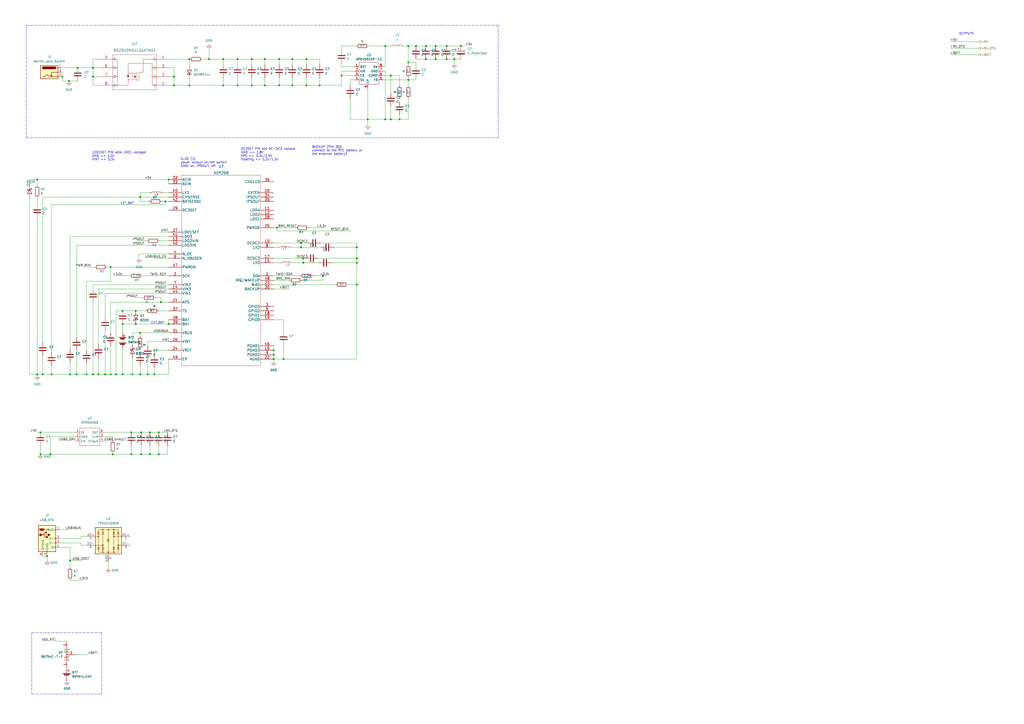
<source format=kicad_sch>
(kicad_sch (version 20211123) (generator eeschema)
  (paper "A2")
  (title_block (title "srvant. BMC prototype") (date "2022-05-31") (rev "0.2"))
  (lib_symbols
    (symbol "AXP209_1" (pin_names (offset 0.254))
      (property "Reference" "U?" (at 30.48 12.7 0))
      (property "Value" "AXP209" (at 30.48 8.89 0))
      (symbol "AXP209_1_1_1"
        (pin bidirectional line (at 60.96 -50.8 180) (length 7.62) (name "SDA") (number "1"))
        (pin input line (at 60.96 -31.75 180) (length 7.62) (name "DCDC2") (number "10"))
        (pin output line (at 60.96 -12.7 180) (length 7.62) (name "LDO4") (number "11"))
        (pin output line (at 60.96 -15.24 180) (length 7.62) (name "LDO2") (number "12"))
        (pin power_in line (at 0 -30.48 0) (length 7.62) (name "LDO24IN") (number "13"))
        (pin power_in line (at 0 -58.42 0) (length 7.62) (name "VIN3") (number "14"))
        (pin bidirectional line (at 60.96 -43.18 180) (length 7.62) (name "LX3") (number "15"))
        (pin power_in line (at 60.96 -93.98 180) (length 7.62) (name "PGND3") (number "16"))
        (pin input line (at 60.96 -40.64 180) (length 7.62) (name "DCDC3") (number "17"))
        (pin bidirectional line (at 60.96 -73.66 180) (length 7.62) (name "GPIO1") (number "18"))
        (pin bidirectional line (at 60.96 -76.2 180) (length 7.62) (name "GPIO0") (number "19"))
        (pin input line (at 0 -50.8 0) (length 7.62) (name "SCK") (number "2"))
        (pin output line (at 60.96 -2.54 180) (length 7.62) (name "EXTEN") (number "20"))
        (pin power_in line (at 0 -66.04 0) (length 7.62) (name "APS") (number "21"))
        (pin power_in line (at 60.96 -99.06 180) (length 7.62) (name "AGND") (number "22"))
        (pin bidirectional line (at 60.96 -55.88 180) (length 7.62) (name "BIAS") (number "23"))
        (pin output line (at 0 -93.98 0) (length 7.62) (name "VREF") (number "24"))
        (pin output line (at 60.96 -22.86 180) (length 7.62) (name "PWROK") (number "25"))
        (pin power_in line (at 0 -88.9 0) (length 7.62) (name "VINT") (number "26"))
        (pin input line (at 0 -25.4 0) (length 7.62) (name "LDO1SET") (number "27"))
        (pin output line (at 60.96 -17.78 180) (length 7.62) (name "LDO1") (number "28"))
        (pin input line (at 0 -12.7 0) (length 7.62) (name "DC3SET") (number "29"))
        (pin bidirectional line (at 60.96 -68.58 180) (length 7.62) (name "GPIO3") (number "3"))
        (pin bidirectional line (at 60.96 -58.42 180) (length 7.62) (name "BACKUP") (number "30"))
        (pin power_in line (at 0 -83.82 0) (length 7.62) (name "VBUS") (number "31"))
        (pin power_in line (at 0 5.08 0) (length 7.62) (name "ACIN") (number "32"))
        (pin power_in line (at 0 2.54 0) (length 7.62) (name "ACIN") (number "33"))
        (pin bidirectional line (at 60.96 -5.08 180) (length 7.62) (name "IPSOUT") (number "34"))
        (pin bidirectional line (at 60.96 -7.62 180) (length 7.62) (name "IPSOUT") (number "35"))
        (pin output line (at 60.96 3.81 180) (length 7.62) (name "CHGLED") (number "36"))
        (pin input line (at 0 -71.12 0) (length 7.62) (name "TS") (number "37"))
        (pin power_in line (at 0 -76.2 0) (length 7.62) (name "BAT") (number "38"))
        (pin power_in line (at 0 -78.74 0) (length 7.62) (name "BAT") (number "39"))
        (pin input line (at 0 -38.1 0) (length 7.62) (name "N_OE") (number "4"))
        (pin output line (at 0 -33.02 0) (length 7.62) (name "LDO3IN") (number "40"))
        (pin input line (at 0 -27.94 0) (length 7.62) (name "LDO3") (number "41"))
        (pin input line (at 0 -7.62 0) (length 7.62) (name "BATSENSE") (number "42"))
        (pin output line (at 0 -5.08 0) (length 7.62) (name "CHSENSE") (number "43"))
        (pin power_in line (at 0 -60.96 0) (length 7.62) (name "VIN1") (number "44"))
        (pin bidirectional line (at 0 -2.54 0) (length 7.62) (name "LX1") (number "45"))
        (pin power_in line (at 60.96 -91.44 180) (length 7.62) (name "PGND1") (number "46"))
        (pin input line (at 0 -45.72 0) (length 7.62) (name "PWRON") (number "47"))
        (pin bidirectional line (at 60.96 -53.34 180) (length 7.62) (name "IRQ/WAKEUP") (number "48"))
        (pin power_in line (at 0 -99.06 0) (length 7.62) (name "EP") (number "49"))
        (pin bidirectional line (at 60.96 -71.12 180) (length 7.62) (name "GPIO2") (number "5"))
        (pin input line (at 0 -40.64 0) (length 7.62) (name "N_VBUSEN") (number "6"))
        (pin power_in line (at 0 -55.88 0) (length 7.62) (name "VIN2") (number "7"))
        (pin bidirectional line (at 60.96 -34.29 180) (length 7.62) (name "LX2") (number "8"))
        (pin power_in line (at 60.96 -96.52 180) (length 7.62) (name "PGND2") (number "9"))
      )
    )
    (symbol "CM4IO:AP2553W6"
      (property "Reference" "U" (at 3.81 -6.35 0))
      (property "Value" "AP2553W6" (at -3.81 -6.35 0))
      (symbol "AP2553W6_0_0"
        (pin power_in line (at -8.89 2.54 0) (length 2.54) (name "IN") (number "1"))
        (pin power_out line (at -8.89 0 0) (length 2.54) (name "GND") (number "2"))
        (pin input line (at -8.89 -2.54 0) (length 2.54) (name "EN") (number "3"))
        (pin open_collector line (at 7.62 -2.54 180) (length 2.54) (name "nFault") (number "4"))
        (pin passive line (at 7.62 0 180) (length 2.54) (name "ILIM") (number "5"))
        (pin power_out line (at 7.62 2.54 180) (length 2.54) (name "OUT") (number "6"))
      )
    )
    (symbol "CM4IO:AP64351"
      (property "Reference" "U" (at 0 8.89 0))
      (property "Value" "AP64351" (at 1.27 6.35 0))
      (symbol "AP64351_1_1"
        (pin passive line (at -7.62 2.54 0) (length 2.54) (name "BST") (number "1"))
        (pin power_in line (at -7.62 0 0) (length 2.54) (name "VIN") (number "2"))
        (pin input line (at -7.62 -2.54 0) (length 2.54) (name "EN") (number "3"))
        (pin input line (at -7.62 -5.08 0) (length 2.54) (name "SS") (number "4"))
        (pin input line (at 8.89 -5.08 180) (length 2.54) (name "FB") (number "5"))
        (pin input line (at 8.89 -2.54 180) (length 2.54) (name "COMP") (number "6"))
        (pin power_in line (at 8.89 0 180) (length 2.54) (name "GND") (number "7"))
        (pin output line (at 8.89 2.54 180) (length 2.54) (name "SW") (number "8"))
        (pin passive line (at 0 -10.16 90) (length 2.54) (name "EP") (number "9"))
      )
    )
    (symbol "Connector:Barrel_Jack_Switch" (pin_names hide)
      (property "Reference" "J" (at 0 5.334 0))
      (property "Value" "Barrel_Jack_Switch" (at 0 -5.08 0))
      (symbol "Barrel_Jack_Switch_1_1"
        (pin passive line (at 7.62 2.54 180) (length 2.54) (name "~") (number "1"))
        (pin passive line (at 7.62 -2.54 180) (length 2.54) (name "~") (number "2"))
        (pin passive line (at 7.62 0 180) (length 2.54) (name "~") (number "3"))
      )
    )
    (symbol "Connector:USB_B_Mini" (pin_names (offset 1.016))
      (property "Reference" "J" (at -5.08 11.43 0))
      (property "Value" "USB_B_Mini" (at -5.08 8.89 0))
      (symbol "USB_B_Mini_1_1"
        (pin power_out line (at 7.62 5.08 180) (length 2.54) (name "VBUS") (number "1"))
        (pin bidirectional line (at 7.62 -2.54 180) (length 2.54) (name "D-") (number "2"))
        (pin bidirectional line (at 7.62 0 180) (length 2.54) (name "D+") (number "3"))
        (pin passive line (at 7.62 -5.08 180) (length 2.54) (name "ID") (number "4"))
        (pin power_out line (at 0 -10.16 90) (length 2.54) (name "GND") (number "5"))
        (pin passive line (at -2.54 -10.16 90) (length 2.54) (name "Shield") (number "6"))
      )
    )
    (symbol "Device:Battery" (pin_numbers hide) (pin_names (offset 0) hide)
      (property "Reference" "BT" (at 2.54 2.54 0))
      (property "Value" "Battery" (at 2.54 0 0))
      (symbol "Battery_1_1"
        (pin passive line (at 0 5.08 270) (length 2.54) (name "+") (number "1"))
        (pin passive line (at 0 -5.08 90) (length 2.54) (name "-") (number "2"))
      )
    )
    (symbol "Device:Battery_Cell" (pin_numbers hide) (pin_names (offset 0) hide)
      (property "Reference" "BT" (at 2.54 2.54 0))
      (property "Value" "Battery_Cell" (at 2.54 0 0))
      (symbol "Battery_Cell_1_1"
        (pin passive line (at 0 5.08 270) (length 2.54) (name "+") (number "1"))
        (pin passive line (at 0 -2.54 90) (length 2.54) (name "-") (number "2"))
      )
    )
    (symbol "Device:C" (pin_numbers hide) (pin_names (offset 0.254))
      (property "Reference" "C" (at 0.635 2.54 0))
      (property "Value" "C" (at 0.635 -2.54 0))
      (symbol "C_1_1"
        (pin passive line (at 0 3.81 270) (length 2.794) (name "~") (number "1"))
        (pin passive line (at 0 -3.81 90) (length 2.794) (name "~") (number "2"))
      )
    )
    (symbol "Device:C_Polarized" (pin_numbers hide) (pin_names (offset 0.254))
      (property "Reference" "C" (at 0.635 2.54 0))
      (property "Value" "C_Polarized" (at 0.635 -2.54 0))
      (symbol "C_Polarized_1_1"
        (pin passive line (at 0 3.81 270) (length 2.794) (name "~") (number "1"))
        (pin passive line (at 0 -3.81 90) (length 2.794) (name "~") (number "2"))
      )
    )
    (symbol "Device:L" (pin_numbers hide) (pin_names (offset 1.016) hide)
      (property "Reference" "L" (at -1.27 0 90))
      (property "Value" "L" (at 1.905 0 90))
      (symbol "L_1_1"
        (pin passive line (at 0 3.81 270) (length 1.27) (name "1") (number "1"))
        (pin passive line (at 0 -3.81 90) (length 1.27) (name "2") (number "2"))
      )
    )
    (symbol "Device:R" (pin_numbers hide) (pin_names (offset 0))
      (property "Reference" "R" (at 2.032 0 90))
      (property "Value" "R" (at 0 0 90))
      (symbol "R_1_1"
        (pin passive line (at 0 3.81 270) (length 1.27) (name "~") (number "1"))
        (pin passive line (at 0 -3.81 90) (length 1.27) (name "~") (number "2"))
      )
    )
    (symbol "Diode:B320" (pin_numbers hide) (pin_names (offset 1.016) hide)
      (property "Reference" "D" (at 0 2.54 0))
      (property "Value" "B320" (at 0 -2.54 0))
      (symbol "B320_1_1"
        (pin passive line (at -3.81 0 0) (length 2.54) (name "K") (number "1"))
        (pin passive line (at 3.81 0 180) (length 2.54) (name "A") (number "2"))
      )
    )
    (symbol "Diode:BAT54C"
      (property "Reference" "D" (at 0.635 -3.81 0))
      (property "Value" "BAT54C" (at -6.35 3.175 0))
      (symbol "BAT54C_1_1"
        (pin passive line (at -7.62 0 0) (length 3.81) (name "~") (number "1"))
        (pin passive line (at 7.62 0 180) (length 3.81) (name "~") (number "2"))
        (pin passive line (at 0 -5.08 90) (length 5.08) (name "~") (number "3"))
      )
    )
    (symbol "Diode:BZX84Cxx" (pin_numbers hide) (pin_names hide)
      (property "Reference" "D" (at 0 3.81 0))
      (property "Value" "BZX84Cxx" (at 0 -3.81 0))
      (symbol "BZX84Cxx_1_1"
        (pin passive line (at 3.81 0 180) (length 2.54) (name "A") (number "1"))
        (pin no_connect line (at 1.27 0 180) (length 2.54) hide (name "NC") (number "2"))
        (pin passive line (at -3.81 0 0) (length 2.54) (name "K") (number "3"))
      )
    )
    (symbol "Power_Protection:TPD4EUSB30" (pin_names (offset 0))
      (property "Reference" "U" (at -0.635 8.89 0))
      (property "Value" "TPD4EUSB30" (at 8.89 -10.16 0))
      (symbol "TPD4EUSB30_1_1"
        (pin passive line (at -12.7 2.54 0) (length 5.08) (name "D1+") (number "1"))
        (pin no_connect line (at -5.08 7.62 0) (length 5.08) hide (name "NC") (number "10"))
        (pin passive line (at -12.7 -2.54 0) (length 5.08) (name "D1-") (number "2"))
        (pin power_in line (at 0 -12.7 90) (length 5.08) (name "GND") (number "3"))
        (pin passive line (at 12.7 2.54 180) (length 5.08) (name "D2+") (number "4"))
        (pin passive line (at 12.7 -2.54 180) (length 5.08) (name "D2-") (number "5"))
        (pin no_connect line (at 5.08 -7.62 180) (length 5.08) hide (name "NC") (number "6"))
        (pin no_connect line (at 5.08 7.62 180) (length 5.08) hide (name "NC") (number "7"))
        (pin passive line (at 0 -12.7 90) (length 5.08) hide (name "GND") (number "8"))
        (pin no_connect line (at -5.08 -7.62 0) (length 5.08) hide (name "NC") (number "9"))
      )
    )
    (symbol "R_1" (pin_numbers hide) (pin_names (offset 0))
      (property "Reference" "R" (at 2.032 0 90))
      (property "Value" "R_1" (at 0 0 90))
      (symbol "R_1_1_1"
        (pin passive line (at 0 3.81 270) (length 1.27) (name "~") (number "1"))
        (pin passive line (at 0 -3.81 90) (length 1.27) (name "~") (number "2"))
      )
    )
    (symbol "bsz086p03ns:BSZ040N04LSGATMA1" (pin_names (offset 0.254))
      (property "Reference" "U" (at 20.32 7.62 0))
      (property "Value" "BSZ040N04LSGATMA1" (at 20.32 5.08 0))
      (symbol "BSZ040N04LSGATMA1_1_1"
        (pin unspecified line (at 0 0 0) (length 7.62) (name "S") (number "1"))
        (pin unspecified line (at 0 -5.08 0) (length 7.62) (name "S") (number "2"))
        (pin unspecified line (at 0 -10.16 0) (length 7.62) (name "S") (number "3"))
        (pin unspecified line (at 0 -15.24 0) (length 7.62) (name "G") (number "4"))
        (pin unspecified line (at 40.64 -15.24 180) (length 7.62) (name "D") (number "5"))
        (pin unspecified line (at 40.64 -10.16 180) (length 7.62) (name "D") (number "6"))
        (pin unspecified line (at 40.64 -5.08 180) (length 7.62) (name "D") (number "7"))
        (pin unspecified line (at 40.64 0 180) (length 7.62) (name "D") (number "8"))
      )
    )
    (symbol "power:GND" (power) (pin_names (offset 0))
      (property "Value" "GND" (at 0 -3.81 0))
      (symbol "GND_1_1"
        (pin power_in line (at 0 0 270) (length 0) hide (name "GND") (number "1"))
      )
    )
  )
  (junction (at 81.28 217.17))
  (junction (at 97.79 187.96))
  (junction (at 175.895 149.86))
  (junction (at 207.01 143.51))
  (junction (at 161.925 34.29))
  (junction (at 64.135 217.17))
  (junction (at 78.74 180.34))
  (junction (at 177.8 49.53))
  (junction (at 164.465 208.28))
  (junction (at 71.12 217.17))
  (junction (at 60.96 217.17))
  (junction (at 109.855 34.29))
  (junction (at 64.135 154.94))
  (junction (at 24.765 217.17))
  (junction (at 76.835 217.17))
  (junction (at 169.545 49.53))
  (junction (at 21.59 217.17))
  (junction (at 76.2 263.525))
  (junction (at 259.08 34.29))
  (junction (at 50.165 217.17))
  (junction (at 21.59 104.14))
  (junction (at 158.75 208.28))
  (junction (at 247.015 26.67))
  (junction (at 109.855 49.53))
  (junction (at 226.695 69.215))
  (junction (at 29.21 263.525))
  (junction (at 27.305 322.58))
  (junction (at 92.075 263.525))
  (junction (at 121.285 34.29))
  (junction (at 89.535 217.17))
  (junction (at 40.005 46.99))
  (junction (at 236.855 26.67))
  (junction (at 53.975 217.17))
  (junction (at 241.3 26.67))
  (junction (at 231.775 69.215))
  (junction (at 97.79 104.14))
  (junction (at 23.495 263.525))
  (junction (at 71.12 187.96))
  (junction (at 100.965 49.53))
  (junction (at 93.345 175.26))
  (junction (at 177.8 34.29))
  (junction (at 44.45 217.17))
  (junction (at 36.195 44.45))
  (junction (at 81.28 193.04))
  (junction (at 137.795 34.29))
  (junction (at 71.12 180.34))
  (junction (at 85.725 217.17))
  (junction (at 81.915 250.825))
  (junction (at 160.655 132.08))
  (junction (at 207.01 149.86))
  (junction (at 146.05 49.53))
  (junction (at 146.05 34.29))
  (junction (at 29.845 217.17))
  (junction (at 45.085 39.37))
  (junction (at 175.895 152.4))
  (junction (at 185.42 49.53))
  (junction (at 158.75 203.2))
  (junction (at 252.73 34.29))
  (junction (at 129.54 49.53))
  (junction (at 223.52 69.215))
  (junction (at 76.2 250.825))
  (junction (at 236.855 46.355))
  (junction (at 226.695 43.815))
  (junction (at 53.975 44.45))
  (junction (at 213.36 69.215))
  (junction (at 67.31 217.17))
  (junction (at 158.75 205.74))
  (junction (at 169.545 34.29))
  (junction (at 78.74 187.96))
  (junction (at 86.995 250.825))
  (junction (at 92.075 250.825))
  (junction (at 86.995 263.525))
  (junction (at 40.64 217.17))
  (junction (at 247.015 34.29))
  (junction (at 137.795 49.53))
  (junction (at 129.54 34.29))
  (junction (at 174.625 143.51))
  (junction (at 95.885 116.84))
  (junction (at 223.52 26.67))
  (junction (at 153.67 49.53))
  (junction (at 65.405 263.525))
  (junction (at 161.925 49.53))
  (junction (at 259.08 26.67))
  (junction (at 81.28 114.3))
  (junction (at 207.01 165.1))
  (junction (at 53.975 39.37))
  (junction (at 267.335 26.67))
  (junction (at 187.325 160.02))
  (junction (at 263.525 34.29))
  (junction (at 236.855 36.195))
  (junction (at 23.495 250.825))
  (junction (at 153.67 34.29))
  (junction (at 100.965 44.45))
  (junction (at 207.01 152.4))
  (junction (at 81.915 263.525))
  (junction (at 57.15 217.17))
  (junction (at 40.64 325.12))
  (junction (at 252.73 26.67))
  (junction (at 174.625 140.97))
  (junction (at 198.12 43.815))
  (wire (pts (xy 97.155 258.445) (xy 97.155 263.525)))
  (wire (pts (xy 241.3 46.355) (xy 241.3 45.72)))
  (wire (pts (xy 40.005 46.99) (xy 36.195 46.99)))
  (wire (pts (xy 76.2 258.445) (xy 76.2 263.525)))
  (wire (pts (xy 137.795 49.53) (xy 146.05 49.53)))
  (wire (pts (xy 93.345 172.72) (xy 90.17 172.72)))
  (wire (pts (xy 64.135 200.66) (xy 64.135 217.17)))
  (wire (pts (xy 76.835 207.645) (xy 76.835 217.17)))
  (wire (pts (xy 89.535 203.2) (xy 89.535 205.74)))
  (wire (pts (xy 146.05 45.085) (xy 146.05 49.53)))
  (wire (pts (xy 100.965 44.45) (xy 100.965 49.53)))
  (wire (pts (xy 64.135 154.94) (xy 97.79 154.94)))
  (wire (pts (xy 67.31 160.02) (xy 74.93 160.02)))
  (wire (pts (xy 29.21 263.525) (xy 65.405 263.525)))
  (wire (pts (xy 76.2 250.825) (xy 81.915 250.825)))
  (wire (pts (xy 137.795 45.085) (xy 137.795 49.53)))
  (wire (pts (xy 79.375 139.7) (xy 85.09 139.7)))
  (wire (pts (xy 177.8 45.085) (xy 177.8 49.53)))
  (wire (pts (xy 226.695 69.215) (xy 223.52 69.215)))
  (wire (pts (xy 158.75 132.08) (xy 160.655 132.08)))
  (wire (pts (xy 236.855 46.355) (xy 241.3 46.355)))
  (wire (pts (xy 169.545 34.29) (xy 169.545 37.465)))
  (wire (pts (xy 201.93 165.1) (xy 207.01 165.1)))
  (wire (pts (xy 44.45 217.17) (xy 50.165 217.17)))
  (wire (pts (xy 92.71 134.62) (xy 97.79 134.62)))
  (wire (pts (xy 50.165 210.82) (xy 50.165 217.17)))
  (wire (pts (xy 21.59 250.825) (xy 23.495 250.825)))
  (wire (pts (xy 158.75 203.2) (xy 158.75 205.74)))
  (wire (pts (xy 65.405 262.89) (xy 65.405 263.525)))
  (wire (pts (xy 40.64 325.12) (xy 47.625 325.12)))
  (wire (pts (xy 109.855 34.29) (xy 109.855 38.1)))
  (wire (pts (xy 53.975 39.37) (xy 57.785 39.37)))
  (wire (pts (xy 164.465 185.42) (xy 164.465 192.405)))
  (wire (pts (xy 89.535 213.36) (xy 89.535 217.17)))
  (wire (pts (xy 34.925 314.96) (xy 46.99 314.96)))
  (wire (pts (xy 213.36 69.215) (xy 213.36 72.39)))
  (wire (pts (xy 53.975 175.26) (xy 53.975 217.17)))
  (wire (pts (xy 57.15 217.17) (xy 60.96 217.17)))
  (wire (pts (xy 100.965 39.37) (xy 100.965 44.45)))
  (wire (pts (xy 198.12 43.815) (xy 205.74 43.815)))
  (wire (pts (xy 222.25 43.815) (xy 226.695 43.815)))
  (wire (pts (xy 231.775 43.815) (xy 231.775 49.53)))
  (wire (pts (xy 53.975 34.29) (xy 53.975 39.37)))
  (wire (pts (xy 43.815 253.365) (xy 29.21 253.365)))
  (wire (pts (xy 158.75 208.28) (xy 158.75 209.55)))
  (wire (pts (xy 21.59 217.17) (xy 24.765 217.17)))
  (wire (pts (xy 81.28 202.565) (xy 81.28 204.47)))
  (wire (pts (xy 64.135 163.195) (xy 50.165 163.195)))
  (wire (pts (xy 146.05 34.29) (xy 146.05 37.465)))
  (wire (pts (xy 158.75 162.56) (xy 167.64 162.56)))
  (wire (pts (xy 60.96 217.17) (xy 64.135 217.17)))
  (wire (pts (xy 98.425 34.29) (xy 109.855 34.29)))
  (polyline (pts (xy 288.925 14.605) (xy 288.925 80.01)))
  (wire (pts (xy 129.54 37.465) (xy 129.54 34.29)))
  (wire (pts (xy 207.01 149.86) (xy 207.01 152.4)))
  (wire (pts (xy 164.465 200.025) (xy 164.465 208.28)))
  (wire (pts (xy 81.28 114.3) (xy 97.79 114.3)))
  (polyline (pts (xy 15.24 14.605) (xy 15.24 80.01)))
  (wire (pts (xy 76.2 263.525) (xy 65.405 263.525)))
  (wire (pts (xy 109.855 49.53) (xy 129.54 49.53)))
  (wire (pts (xy 17.145 107.315) (xy 17.145 104.14)))
  (wire (pts (xy 129.54 49.53) (xy 137.795 49.53)))
  (wire (pts (xy 231.775 66.675) (xy 231.775 69.215)))
  (wire (pts (xy 97.79 193.04) (xy 81.28 193.04)))
  (wire (pts (xy 97.79 167.64) (xy 57.15 167.64)))
  (wire (pts (xy 76.835 217.17) (xy 81.28 217.17)))
  (wire (pts (xy 97.79 203.2) (xy 89.535 203.2)))
  (wire (pts (xy 81.28 217.17) (xy 85.725 217.17)))
  (wire (pts (xy 198.12 26.67) (xy 206.375 26.67)))
  (wire (pts (xy 34.925 307.34) (xy 40.005 307.34)))
  (wire (pts (xy 169.545 34.29) (xy 161.925 34.29)))
  (wire (pts (xy 185.42 37.465) (xy 185.42 34.29)))
  (wire (pts (xy 93.345 175.26) (xy 93.345 172.72)))
  (wire (pts (xy 97.155 263.525) (xy 92.075 263.525)))
  (wire (pts (xy 170.18 152.4) (xy 175.895 152.4)))
  (wire (pts (xy 236.855 26.67) (xy 236.855 36.195)))
  (wire (pts (xy 44.45 142.24) (xy 44.45 195.58)))
  (wire (pts (xy 185.42 34.29) (xy 177.8 34.29)))
  (wire (pts (xy 236.855 57.15) (xy 236.855 69.215)))
  (wire (pts (xy 169.545 49.53) (xy 161.925 49.53)))
  (wire (pts (xy 64.135 175.26) (xy 93.345 175.26)))
  (wire (pts (xy 46.99 312.42) (xy 34.925 312.42)))
  (wire (pts (xy 23.495 250.825) (xy 43.815 250.825)))
  (wire (pts (xy 160.655 132.08) (xy 171.45 132.08)))
  (wire (pts (xy 185.42 49.53) (xy 198.12 49.53)))
  (wire (pts (xy 21.59 126.365) (xy 21.59 217.17)))
  (wire (pts (xy 187.325 160.02) (xy 181.61 160.02)))
  (wire (pts (xy 24.765 198.755) (xy 24.765 114.3)))
  (wire (pts (xy 92.075 258.445) (xy 92.075 263.525)))
  (wire (pts (xy 207.01 140.97) (xy 207.01 143.51)))
  (wire (pts (xy 175.26 162.56) (xy 187.325 162.56)))
  (wire (pts (xy 97.79 198.12) (xy 85.725 198.12)))
  (wire (pts (xy 76.835 193.04) (xy 81.28 193.04)))
  (wire (pts (xy 98.425 44.45) (xy 100.965 44.45)))
  (wire (pts (xy 259.08 26.67) (xy 267.335 26.67)))
  (wire (pts (xy 95.885 116.84) (xy 97.79 116.84)))
  (wire (pts (xy 173.99 160.02) (xy 158.75 160.02)))
  (wire (pts (xy 50.165 217.17) (xy 53.975 217.17)))
  (wire (pts (xy 117.475 34.29) (xy 121.285 34.29)))
  (wire (pts (xy 226.695 43.815) (xy 226.695 53.975)))
  (wire (pts (xy 222.25 46.355) (xy 236.855 46.355)))
  (wire (pts (xy 160.655 132.08) (xy 160.655 133.985)))
  (wire (pts (xy 551.18 24.13) (xy 567.69 24.13)))
  (wire (pts (xy 62.23 154.94) (xy 64.135 154.94)))
  (wire (pts (xy 97.79 142.24) (xy 44.45 142.24)))
  (wire (pts (xy 57.15 207.645) (xy 57.15 217.17)))
  (wire (pts (xy 169.545 45.085) (xy 169.545 49.53)))
  (wire (pts (xy 129.54 45.085) (xy 129.54 49.53)))
  (wire (pts (xy 223.52 26.67) (xy 213.995 26.67)))
  (wire (pts (xy 43.815 379.73) (xy 50.927 379.73)))
  (wire (pts (xy 29.21 253.365) (xy 29.21 263.525)))
  (wire (pts (xy 267.335 34.29) (xy 263.525 34.29)))
  (wire (pts (xy 226.695 61.595) (xy 226.695 69.215)))
  (wire (pts (xy 551.18 31.75) (xy 567.69 31.75)))
  (wire (pts (xy 100.965 49.53) (xy 98.425 49.53)))
  (wire (pts (xy 21.59 104.14) (xy 97.79 104.14)))
  (wire (pts (xy 174.625 140.97) (xy 178.435 140.97)))
  (wire (pts (xy 137.795 37.465) (xy 137.795 34.29)))
  (wire (pts (xy 50.165 311.15) (xy 46.99 311.15)))
  (wire (pts (xy 60.325 250.825) (xy 76.2 250.825)))
  (wire (pts (xy 81.28 212.09) (xy 81.28 217.17)))
  (wire (pts (xy 71.12 192.405) (xy 71.12 187.96)))
  (wire (pts (xy 223.52 38.735) (xy 223.52 26.67)))
  (wire (pts (xy 153.67 34.29) (xy 146.05 34.29)))
  (wire (pts (xy 175.895 152.4) (xy 184.785 152.4)))
  (wire (pts (xy 92.075 250.825) (xy 97.155 250.825)))
  (wire (pts (xy 81.915 258.445) (xy 81.915 263.525)))
  (wire (pts (xy 100.965 49.53) (xy 109.855 49.53)))
  (wire (pts (xy 179.07 132.08) (xy 188.595 132.08)))
  (wire (pts (xy 186.055 140.97) (xy 207.01 140.97)))
  (wire (pts (xy 198.12 29.21) (xy 198.12 26.67)))
  (wire (pts (xy 53.975 49.53) (xy 53.975 44.45)))
  (wire (pts (xy 97.79 185.42) (xy 97.79 187.96)))
  (wire (pts (xy 21.59 217.17) (xy 21.59 217.805)))
  (wire (pts (xy 161.925 34.29) (xy 153.67 34.29)))
  (wire (pts (xy 40.64 325.12) (xy 40.64 328.93)))
  (wire (pts (xy 158.75 185.42) (xy 164.465 185.42)))
  (wire (pts (xy 36.195 46.99) (xy 36.195 44.45)))
  (wire (pts (xy 67.31 217.17) (xy 71.12 217.17)))
  (wire (pts (xy 44.45 203.2) (xy 44.45 217.17)))
  (polyline (pts (xy 15.24 14.605) (xy 288.925 14.605)))
  (wire (pts (xy 184.785 149.86) (xy 207.01 149.86)))
  (wire (pts (xy 223.52 69.215) (xy 213.36 69.215)))
  (wire (pts (xy 223.52 41.275) (xy 223.52 69.215)))
  (wire (pts (xy 85.725 198.12) (xy 85.725 200.66)))
  (wire (pts (xy 24.765 217.17) (xy 29.845 217.17)))
  (polyline (pts (xy 18.415 367.03) (xy 18.415 402.59)) (stroke (width 0) (type dash)))
  (wire (pts (xy 40.64 210.185) (xy 40.64 217.17)))
  (wire (pts (xy 97.79 137.16) (xy 40.64 137.16)))
  (wire (pts (xy 46.99 316.23) (xy 50.165 316.23)))
  (wire (pts (xy 81.28 111.76) (xy 81.28 114.3)))
  (wire (pts (xy 94.615 111.76) (xy 97.79 111.76)))
  (wire (pts (xy 24.765 206.375) (xy 24.765 217.17)))
  (wire (pts (xy 86.995 258.445) (xy 86.995 263.525)))
  (wire (pts (xy 21.59 104.14) (xy 21.59 107.315)))
  (wire (pts (xy 259.08 34.29) (xy 252.73 34.29)))
  (wire (pts (xy 92.71 139.7) (xy 97.79 139.7)))
  (wire (pts (xy 175.895 149.86) (xy 177.165 149.86)))
  (wire (pts (xy 161.925 45.085) (xy 161.925 49.53)))
  (wire (pts (xy 40.64 137.16) (xy 40.64 202.565)))
  (wire (pts (xy 57.785 34.29) (xy 53.975 34.29)))
  (wire (pts (xy 241.3 26.67) (xy 247.015 26.67)))
  (wire (pts (xy 177.8 49.53) (xy 169.545 49.53)))
  (wire (pts (xy 45.085 39.37) (xy 53.975 39.37)))
  (wire (pts (xy 551.18 27.94) (xy 567.69 27.94)))
  (wire (pts (xy 50.165 154.94) (xy 54.61 154.94)))
  (wire (pts (xy 161.925 34.29) (xy 161.925 37.465)))
  (wire (pts (xy 137.795 34.29) (xy 146.05 34.29)))
  (polyline (pts (xy 59.055 367.03) (xy 59.055 402.59)) (stroke (width 0) (type dash)))
  (wire (pts (xy 189.23 160.02) (xy 187.325 160.02)))
  (wire (pts (xy 97.79 165.1) (xy 53.975 165.1)))
  (wire (pts (xy 223.52 38.735) (xy 222.25 38.735)))
  (wire (pts (xy 192.405 152.4) (xy 207.01 152.4)))
  (wire (pts (xy 158.75 143.51) (xy 161.29 143.51)))
  (wire (pts (xy 205.74 41.275) (xy 198.12 41.275)))
  (wire (pts (xy 203.2 69.215) (xy 203.2 57.15)))
  (wire (pts (xy 252.73 26.67) (xy 259.08 26.67)))
  (wire (pts (xy 85.725 208.28) (xy 85.725 217.17)))
  (wire (pts (xy 53.975 44.45) (xy 57.785 44.45)))
  (wire (pts (xy 236.855 46.355) (xy 236.855 49.53)))
  (wire (pts (xy 29.845 217.17) (xy 40.64 217.17)))
  (wire (pts (xy 62.865 326.39) (xy 62.865 329.565)))
  (wire (pts (xy 50.165 203.2) (xy 50.165 163.195)))
  (wire (pts (xy 67.31 180.34) (xy 71.12 180.34)))
  (wire (pts (xy 57.785 49.53) (xy 53.975 49.53)))
  (wire (pts (xy 207.01 152.4) (xy 207.01 165.1)))
  (wire (pts (xy 71.12 180.34) (xy 78.74 180.34)))
  (wire (pts (xy 82.55 160.02) (xy 97.79 160.02)))
  (wire (pts (xy 252.73 34.29) (xy 247.015 34.29)))
  (wire (pts (xy 80.645 147.32) (xy 80.645 149.86)))
  (wire (pts (xy 185.42 45.085) (xy 185.42 49.53)))
  (wire (pts (xy 236.855 26.67) (xy 241.3 26.67)))
  (wire (pts (xy 24.765 114.3) (xy 81.28 114.3)))
  (wire (pts (xy 92.075 263.525) (xy 86.995 263.525)))
  (wire (pts (xy 161.925 49.53) (xy 153.67 49.53)))
  (wire (pts (xy 64.135 217.17) (xy 67.31 217.17)))
  (wire (pts (xy 97.79 147.32) (xy 80.645 147.32)))
  (wire (pts (xy 29.845 118.745) (xy 29.845 204.47)))
  (wire (pts (xy 24.765 322.58) (xy 27.305 322.58)))
  (wire (pts (xy 29.21 263.525) (xy 23.495 263.525)))
  (wire (pts (xy 185.42 49.53) (xy 177.8 49.53)))
  (wire (pts (xy 153.67 49.53) (xy 146.05 49.53)))
  (wire (pts (xy 153.67 45.085) (xy 153.67 49.53)))
  (wire (pts (xy 223.52 26.67) (xy 226.695 26.67)))
  (wire (pts (xy 60.325 253.365) (xy 65.405 253.365)))
  (wire (pts (xy 97.79 208.28) (xy 97.79 217.17)))
  (wire (pts (xy 121.285 28.575) (xy 121.285 34.29)))
  (wire (pts (xy 23.495 263.525) (xy 23.495 258.445)))
  (wire (pts (xy 241.3 38.1) (xy 241.3 36.195)))
  (wire (pts (xy 207.01 165.1) (xy 207.01 208.28)))
  (wire (pts (xy 92.075 180.34) (xy 97.79 180.34)))
  (wire (pts (xy 267.335 26.67) (xy 269.875 26.67)))
  (wire (pts (xy 177.8 34.29) (xy 169.545 34.29)))
  (wire (pts (xy 17.145 114.935) (xy 17.145 217.17)))
  (wire (pts (xy 177.8 34.29) (xy 177.8 37.465)))
  (wire (pts (xy 193.675 143.51) (xy 207.01 143.51)))
  (wire (pts (xy 85.725 217.17) (xy 89.535 217.17)))
  (wire (pts (xy 222.25 41.275) (xy 223.52 41.275)))
  (wire (pts (xy 40.64 336.55) (xy 48.26 336.55)))
  (wire (pts (xy 236.855 45.085) (xy 236.855 46.355)))
  (wire (pts (xy 158.75 200.66) (xy 158.75 203.2)))
  (wire (pts (xy 40.64 317.5) (xy 40.64 325.12)))
  (wire (pts (xy 241.3 36.195) (xy 236.855 36.195)))
  (wire (pts (xy 158.75 208.28) (xy 164.465 208.28)))
  (wire (pts (xy 86.995 111.76) (xy 81.28 111.76)))
  (wire (pts (xy 46.99 314.96) (xy 46.99 316.23)))
  (wire (pts (xy 76.2 263.525) (xy 81.915 263.525)))
  (wire (pts (xy 153.67 34.29) (xy 153.67 37.465)))
  (wire (pts (xy 263.525 34.29) (xy 263.525 36.83)))
  (wire (pts (xy 203.2 46.355) (xy 203.2 49.53)))
  (wire (pts (xy 158.75 140.97) (xy 174.625 140.97)))
  (wire (pts (xy 36.195 44.45) (xy 36.195 41.91)))
  (wire (pts (xy 67.31 180.34) (xy 67.31 217.17)))
  (wire (pts (xy 247.015 26.67) (xy 252.73 26.67)))
  (wire (pts (xy 45.085 46.99) (xy 40.005 46.99)))
  (wire (pts (xy 175.895 149.86) (xy 175.895 152.4)))
  (wire (pts (xy 86.36 116.84) (xy 81.28 116.84)))
  (wire (pts (xy 164.465 208.28) (xy 207.01 208.28)))
  (wire (pts (xy 60.96 191.77) (xy 60.96 217.17)))
  (wire (pts (xy 198.12 38.735) (xy 198.12 36.83)))
  (wire (pts (xy 78.74 187.96) (xy 97.79 187.96)))
  (wire (pts (xy 60.96 184.15) (xy 60.96 170.18)))
  (wire (pts (xy 27.305 322.58) (xy 27.305 325.12)))
  (wire (pts (xy 88.9 149.86) (xy 97.79 149.86)))
  (wire (pts (xy 40.64 217.17) (xy 44.45 217.17)))
  (wire (pts (xy 78.105 172.72) (xy 82.55 172.72)))
  (wire (pts (xy 109.855 45.72) (xy 109.855 49.53)))
  (wire (pts (xy 93.345 175.26) (xy 97.79 175.26)))
  (wire (pts (xy 71.12 202.565) (xy 71.12 217.17)))
  (wire (pts (xy 29.845 212.09) (xy 29.845 217.17)))
  (wire (pts (xy 213.36 51.435) (xy 213.36 69.215)))
  (wire (pts (xy 174.625 143.51) (xy 168.91 143.51)))
  (wire (pts (xy 71.12 217.17) (xy 76.835 217.17)))
  (wire (pts (xy 60.96 170.18) (xy 97.79 170.18)))
  (wire (pts (xy 236.855 36.195) (xy 236.855 37.465)))
  (wire (pts (xy 129.54 34.29) (xy 121.285 34.29)))
  (wire (pts (xy 64.135 154.94) (xy 64.135 163.195)))
  (wire (pts (xy 234.315 26.67) (xy 236.855 26.67)))
  (wire (pts (xy 81.28 193.04) (xy 81.28 194.945)))
  (polyline (pts (xy 18.415 402.59) (xy 59.055 402.59)) (stroke (width 0) (type dash)))
  (wire (pts (xy 198.12 43.815) (xy 198.12 49.53)))
  (wire (pts (xy 65.405 253.365) (xy 65.405 255.27)))
  (wire (pts (xy 205.74 46.355) (xy 203.2 46.355)))
  (wire (pts (xy 241.3 34.29) (xy 247.015 34.29)))
  (wire (pts (xy 207.01 143.51) (xy 207.01 149.86)))
  (wire (pts (xy 29.845 118.745) (xy 95.885 118.745)))
  (wire (pts (xy 187.325 162.56) (xy 187.325 160.02)))
  (wire (pts (xy 57.15 167.64) (xy 57.15 200.025)))
  (wire (pts (xy 76.835 193.04) (xy 76.835 200.025)))
  (wire (pts (xy 198.12 41.275) (xy 198.12 43.815)))
  (wire (pts (xy 158.75 167.64) (xy 167.64 167.64)))
  (polyline (pts (xy 288.925 80.01) (xy 15.24 80.01)))
  (wire (pts (xy 129.54 34.29) (xy 137.795 34.29)))
  (wire (pts (xy 95.885 116.84) (xy 95.885 118.745)))
  (wire (pts (xy 226.695 43.815) (xy 231.775 43.815)))
  (wire (pts (xy 158.75 152.4) (xy 162.56 152.4)))
  (wire (pts (xy 32.385 372.11) (xy 38.735 372.11)))
  (wire (pts (xy 231.775 69.215) (xy 226.695 69.215)))
  (wire (pts (xy 53.975 44.45) (xy 53.975 39.37)))
  (wire (pts (xy 174.625 143.51) (xy 186.055 143.51)))
  (wire (pts (xy 78.74 180.34) (xy 84.455 180.34)))
  (wire (pts (xy 53.975 217.17) (xy 57.15 217.17)))
  (wire (pts (xy 71.12 187.96) (xy 78.74 187.96)))
  (wire (pts (xy 34.925 317.5) (xy 40.64 317.5)))
  (wire (pts (xy 17.145 217.17) (xy 21.59 217.17)))
  (wire (pts (xy 86.995 263.525) (xy 81.915 263.525)))
  (wire (pts (xy 93.98 116.84) (xy 95.885 116.84)))
  (wire (pts (xy 98.425 39.37) (xy 100.965 39.37)))
  (wire (pts (xy 158.75 165.1) (xy 194.31 165.1)))
  (wire (pts (xy 81.28 116.84) (xy 81.28 114.3)))
  (wire (pts (xy 97.79 104.14) (xy 97.79 106.68)))
  (polyline (pts (xy 18.415 367.03) (xy 59.055 367.03)) (stroke (width 0) (type dash)))
  (wire (pts (xy 86.995 250.825) (xy 92.075 250.825)))
  (wire (pts (xy 205.74 38.735) (xy 198.12 38.735)))
  (wire (pts (xy 263.525 34.29) (xy 259.08 34.29)))
  (wire (pts (xy 160.655 133.985) (xy 203.835 133.985)))
  (wire (pts (xy 89.535 217.17) (xy 97.79 217.17)))
  (wire (pts (xy 213.36 69.215) (xy 203.2 69.215)))
  (wire (pts (xy 21.59 114.935) (xy 21.59 118.745)))
  (wire (pts (xy 236.855 69.215) (xy 231.775 69.215)))
  (wire (pts (xy 174.625 140.97) (xy 174.625 143.51)))
  (wire (pts (xy 158.75 205.74) (xy 158.75 208.28)))
  (wire (pts (xy 158.75 149.86) (xy 175.895 149.86)))
  (wire (pts (xy 81.915 250.825) (xy 86.995 250.825)))
  (wire (pts (xy 46.99 311.15) (xy 46.99 312.42)))
  (wire (pts (xy 17.145 104.14) (xy 21.59 104.14)))
  (wire (pts (xy 36.195 39.37) (xy 45.085 39.37)))
  (wire (pts (xy 64.135 175.26) (xy 64.135 193.04)))
  (wire (pts (xy 53.975 165.1) (xy 53.975 167.64)))
  (text "EXT_BAT" (at 87.63 187.96 0) (effects (font (size 1.27 1.27)) (justify left bottom)))
  (text "EXT_BAT" (at 69.85 118.745 0) (effects (font (size 1.27 1.27)) (justify left bottom)))
  (text "N_OE [I]:\npower output on/off switch\nGND: on, IPSOUT: off" (at 104.775 97.155 0) (effects (font (size 1.27 1.27)) (justify left bottom)))
  (text "BACKUP (PIN 30):\nconnect to the RTC battery or\nthe external battery?" (at 180.975 90.17 0) (effects (font (size 1.27 1.27)) (justify left bottom)))
  (text "DC3SET PIN sts DC-DC3 voltave\nGND => 1.8V\nAPS => 3.3v/2.5V\nfloating => 1.2v/1.5v" (at 139.7 93.345 0) (effects (font (size 1.27 1.27)) (justify left bottom)))
  (text "LDO1SET PIN sets LDO1 voltage:\nGND => 1.3v\nVINT => 3.3v" (at 53.34 93.345 0) (effects (font (size 1.27 1.27)) (justify left bottom)))
  (text "OUTPUTS" (at 556.26 20.32 0) (effects (font (size 1.27 1.27)) (justify left bottom)))
  (label "USBVBUS" (at 88.9 193.04 0))
  (label "BMC_RESET" (at 161.29 132.08 0))
  (label "TWIO-SDA" (at 160.02 160.02 0))
  (label "PWR_BTN" (at 52.705 154.94 180))
  (label "+3.3v" (at 71.12 160.02 180))
  (label "DCDC3" (at 172.085 149.86 0))
  (label "+5V" (at 551.18 24.13 0))
  (label "IPSOUT" (at 80.01 172.72 180))
  (label "USBVBUS_EN" (at 96.52 149.86 180))
  (label "IPSOUT" (at 96.52 165.1 180))
  (label "IPSOUT" (at 96.52 167.64 180))
  (label "VDD_RTC" (at 32.385 372.11 180))
  (label "+BATT" (at 551.18 31.75 0))
  (label "+5V_OTG" (at 94.615 250.825 0))
  (label "DCDC2" (at 172.085 140.97 0))
  (label "USBVBUS" (at 38.1 307.34 0))
  (label "+5V_OTG" (at 551.18 27.94 0))
  (label "TWI0-SCK" (at 96.52 160.02 180))
  (label "+5V" (at 21.59 250.825 180))
  (label "VINT" (at 93.345 134.62 0))
  (label "IPSOUT" (at 83.82 142.24 180))
  (label "+BATT" (at 50.8 379.73 0))
  (label "IPSOUT" (at 96.52 170.18 180))
  (label "+5V" (at 269.875 26.67 0))
  (label "USB0_DRV" (at 43.815 255.905 180))
  (label "IPSOUT" (at 83.82 139.7 180))
  (label "+3.3v" (at 183.515 132.08 0))
  (label "USB0_nFAULT" (at 60.325 255.905 0))
  (label "USB_IDDET" (at 41.91 325.12 0))
  (label "+BATT" (at 161.925 167.64 0))
  (label "BMC_NMI" (at 160.02 162.56 0))
  (label "RESET_BTN" (at 191.77 133.985 0))
  (label "+3V3" (at 45.72 336.55 0))
  (label "+5V" (at 83.82 104.14 0))
  (label "VINT" (at 93.98 198.12 0))
  (label "+3.3v" (at 185.42 160.02 0))
  (hierarchical_label "+BATT" (shape input) (at 567.69 31.75 0))
  (hierarchical_label "+5V" (shape input) (at 567.69 24.13 0))
  (hierarchical_label "+5V_OTG" (shape input) (at 567.69 27.94 0))
  (symbol (lib_name "R_1") (lib_id "Device:R") (at 21.59 111.125 0) (unit 1)
    (property "Reference" "R?" (at 23.495 109.8549 0) (effects (justify left)))
    (property "Value" "R" (at 23.495 112.3949 0) (effects (justify left)))
  )
  (symbol (lib_id "Device:C") (at 92.075 254.635 0) (unit 1)
    (property "Reference" "C?" (at 95.25 253.3649 0) (effects (justify left)))
    (property "Value" "C" (at 95.25 255.9049 0) (effects (justify left)))
  )
  (symbol (lib_id "power:GND") (at 80.645 149.86 0) (unit 1)
    (property "Reference" "#PWR?" (effects hide))
  )
  (symbol (lib_id "Device:R") (at 175.26 132.08 270) (unit 1)
    (property "Reference" "R?" (at 173.3551 134.62 90) (effects (justify left)))
    (property "Datasheet" "~{}" (effects hide))
  )
  (symbol (lib_id "Device:C") (at 64.135 196.85 180) (unit 1)
    (property "Reference" "C?" (at 59.69 195.58 0) (effects (justify right)))
    (property "Value" "C" (at 59.69 198.12 0) (effects (justify right)))
  )
  (symbol (lib_name "R_1") (lib_id "Device:R") (at 236.855 41.275 180) (unit 1)
    (property "Reference" "R?" (at 236.855 41.275 90))
    (property "Value" "R" (at 234.315 41.275 90))
  )
  (symbol (lib_id "Diode:B320") (at 76.835 203.835 270) (unit 1)
    (property "Reference" "D?" (at 78.74 202.565 90) (effects (justify left)))
    (property "Value" "B320" (at 78.74 205.105 90) (effects (justify left)))
    (property "Footprint" "Diode_SMD:D_SMC" (effects hide))
    (property "Datasheet" "http://www.jameco.com/Jameco/Products/ProdDS/1538777.pdf" (effects hide))
  )
  (symbol (lib_id "Device:C") (at 185.42 41.275 0) (unit 1)
    (property "Reference" "C?" (at 188.595 40.0049 0) (effects (justify left)))
    (property "Value" "C" (at 188.595 42.5449 0) (effects (justify left)))
  )
  (symbol (lib_id "Device:C") (at 44.45 199.39 0) (unit 1)
    (property "Reference" "C?" (at 47.625 198.1199 0) (effects (justify left)))
  )
  (symbol (lib_id "Device:C") (at 153.67 41.275 0) (unit 1)
    (property "Reference" "C?" (at 156.845 40.0049 0) (effects (justify left)))
    (property "Value" "C" (at 156.845 42.5449 0) (effects (justify left)))
  )
  (symbol (lib_id "Device:C") (at 29.845 208.28 180) (unit 1)
    (property "Reference" "C?" (at 33.02 207.0099 0) (effects (justify right)))
  )
  (symbol (lib_id "Device:C") (at 81.915 254.635 0) (unit 1)
    (property "Reference" "C?" (at 85.09 253.3649 0) (effects (justify left)))
    (property "Value" "C" (at 85.09 255.9049 0) (effects (justify left)))
  )
  (symbol (lib_id "Connector:USB_B_Mini") (at 27.305 312.42 0) (unit 1)
    (property "Reference" "J?" (at 27.305 299.085 0))
    (property "Value" "USB_OTG" (at 27.305 301.625 0))
  )
  (symbol (lib_name "R_1") (lib_id "Device:R") (at 88.265 180.34 90) (unit 1)
    (property "Reference" "R?" (at 88.265 180.34 90))
    (property "Value" "R" (at 89.535 177.8 90))
  )
  (symbol (lib_id "Device:C") (at 76.2 254.635 0) (unit 1)
    (property "Reference" "C?" (at 79.375 253.3649 0) (effects (justify left)))
    (property "Value" "C" (at 79.375 255.9049 0) (effects (justify left)))
  )
  (symbol (lib_id "Device:C") (at 241.3 41.91 0) (unit 1)
    (property "Reference" "C?" (at 244.475 40.6399 0) (effects (justify left)))
    (property "Value" "C" (at 244.475 43.1799 0) (effects (justify left)))
  )
  (symbol (lib_id "power:GND") (at 40.005 46.99 0) (unit 1)
    (property "Reference" "#PWR?" (effects hide))
    (property "Value" "GND" (at 40.005 52.07 0))
  )
  (symbol (lib_id "Device:C") (at 247.015 30.48 0) (unit 1)
    (property "Reference" "C?" (at 250.19 29.2099 0) (effects (justify left)))
    (property "Value" "C" (at 250.19 31.7499 0) (effects (justify left)))
  )
  (symbol (lib_id "Device:C") (at 24.765 202.565 180) (unit 1)
    (property "Reference" "C?" (at 28.575 201.2949 0) (effects (justify right)))
  )
  (symbol (lib_id "Power_Protection:TPD4EUSB30") (at 62.865 313.69 0) (mirror y) (unit 1)
    (property "Reference" "U?" (at 62.865 300.99 0))
    (property "Value" "TPD4EUSB30" (at 62.865 303.53 0))
    (property "Footprint" "Package_SON:USON-10_2.5x1.0mm_P0.5mm" (effects hide))
    (property "Datasheet" "http://www.ti.com/lit/ds/symlink/tpd2eusb30a.pdf" (effects hide))
  )
  (symbol (lib_id "CM4IO:AP64351") (at 213.36 41.275 0) (unit 1)
    (property "Reference" "U?" (at 213.995 32.0294 0))
    (property "Value" "AP64501SP-13" (at 213.995 34.3408 0))
    (property "Footprint" "Package_SO:SOIC-8-1EP_3.9x4.9mm_P1.27mm_EP2.95x4.9mm_Mask2.71x3.4mm_ThermalVias" (effects hide))
    (property "Datasheet" "https://www.diodes.com/assets/Datasheets/AP64501.pdf" (effects hide))
    (property "Field4" "Digikey" (effects hide))
    (property "Field5" "31-AP64501SP-13CT-ND" (effects hide))
    (property "Field6" "AP64501SP-13" (effects hide))
    (property "Field7" "Diodes" (effects hide))
    (property "Part Description" "Buck Switching Regulator IC Positive Adjustable 0.8V 1 Output 5A 8-SOIC (0.154\", 3.90mm Width) Exposed Pad" (effects hide))
  )
  (symbol (lib_id "Device:C") (at 71.12 184.15 0) (unit 1)
    (property "Reference" "C?" (at 74.295 182.8799 0) (effects (justify left)))
    (property "Value" "C" (at 74.295 185.4199 0) (effects (justify left)))
  )
  (symbol (lib_id "Device:R") (at 88.9 139.7 270) (unit 1)
    (property "Reference" "R?" (at 88.2651 142.24 90) (effects (justify left)))
    (property "Datasheet" "~{}" (effects hide))
  )
  (symbol (lib_id "Device:C") (at 189.865 143.51 270) (unit 1)
    (property "Reference" "C?" (at 189.865 135.89 90))
  )
  (symbol (lib_id "Device:C") (at 164.465 196.215 0) (unit 1)
    (property "Reference" "C?" (at 167.64 194.9449 0) (effects (justify left)))
  )
  (symbol (lib_id "Device:C") (at 89.535 209.55 0) (unit 1)
    (property "Reference" "C?" (at 92.71 208.2799 0) (effects (justify left)))
    (property "Value" "C" (at 92.71 210.8199 0) (effects (justify left)))
  )
  (symbol (lib_id "Device:C") (at 57.15 203.835 0) (unit 1)
    (property "Reference" "C?" (at 60.325 202.5649 0) (effects (justify left)))
  )
  (symbol (lib_id "Device:C") (at 60.96 187.96 0) (unit 1)
    (property "Reference" "C?" (at 64.135 186.6899 0) (effects (justify left)))
  )
  (symbol (lib_id "Device:C") (at 85.725 204.47 0) (unit 1)
    (property "Reference" "C?" (at 88.9 203.1999 0) (effects (justify left)))
    (property "Value" "C" (at 88.9 205.7399 0) (effects (justify left)))
  )
  (symbol (lib_id "Device:R") (at 171.45 162.56 270) (unit 1)
    (property "Reference" "R?" (at 169.5451 165.1 90) (effects (justify left)))
    (property "Datasheet" "~{}" (effects hide))
  )
  (symbol (lib_id "Device:C") (at 50.165 207.01 0) (unit 1)
    (property "Reference" "C?" (at 53.34 205.7399 0) (effects (justify left)))
  )
  (symbol (lib_id "Device:L") (at 230.505 26.67 90) (unit 1)
    (property "Reference" "L?" (at 230.505 20.32 90))
    (property "Value" "L" (at 230.505 22.86 90))
  )
  (symbol (lib_id "Diode:BZX84Cxx") (at 109.855 41.91 90) (unit 1)
    (property "Reference" "D?" (at 112.395 40.6399 90) (effects (justify right)))
    (property "Value" "BZX84Cxx" (at 112.395 43.1799 90) (effects (justify right)))
    (property "Footprint" "Package_TO_SOT_SMD:SOT-23" (effects hide))
    (property "Datasheet" "https://diotec.com/tl_files/diotec/files/pdf/datasheets/bzx84c2v4.pdf" (effects hide))
  )
  (symbol (lib_id "Device:Battery_Cell") (at 38.735 392.43 0) (unit 1)
    (property "Reference" "BT?" (at 41.7322 389.9916 0) (effects (justify left)))
    (property "Value" "Battery_Cell" (at 41.7322 392.303 0) (effects (justify left)))
    (property "Footprint" "srvant:battery-S8411-45R" (effects hide))
  )
  (symbol (lib_id "Device:C") (at 198.12 33.02 0) (unit 1)
    (property "Reference" "C?" (at 201.295 31.7499 0) (effects (justify left)))
    (property "Value" "C" (at 201.295 34.2899 0) (effects (justify left)))
  )
  (symbol (lib_id "Device:L") (at 90.805 111.76 90) (unit 1)
    (property "Reference" "L?" (at 90.805 113.03 90))
    (property "Datasheet" "~{}" (effects hide))
  )
  (symbol (lib_id "Device:C") (at 188.595 152.4 270) (unit 1)
    (property "Reference" "C?" (at 188.595 144.78 90))
  )
  (symbol (lib_id "Diode:B320") (at 17.145 111.125 270) (unit 1)
    (property "Reference" "D?" (at 15.24 107.315 90) (effects (justify left)))
    (property "Value" "B320" (at 15.24 105.41 90) (effects (justify left)))
    (property "Footprint" "Diode_SMD:D_SMC" (effects hide))
    (property "Datasheet" "http://www.jameco.com/Jameco/Products/ProdDS/1538777.pdf" (effects hide))
  )
  (symbol (lib_id "Device:C") (at 259.08 30.48 0) (unit 1)
    (property "Reference" "C?" (at 262.255 29.2099 0) (effects (justify left)))
    (property "Value" "C" (at 262.255 31.7499 0) (effects (justify left)))
  )
  (symbol (lib_id "power:GND") (at 21.59 217.805 0) (unit 1)
    (property "Reference" "#PWR?" (effects hide))
    (property "Value" "GND" (at 21.59 222.885 0))
  )
  (symbol (lib_id "Device:C") (at 21.59 122.555 0) (unit 1)
    (property "Reference" "C?" (at 24.765 121.2849 0) (effects (justify left)))
    (property "Value" "C" (at 24.765 123.8249 0) (effects (justify left)))
  )
  (symbol (lib_name "R_1") (lib_id "Device:R") (at 210.185 26.67 90) (unit 1)
    (property "Reference" "R?" (at 210.185 26.67 90))
    (property "Value" "R" (at 210.185 24.13 90))
  )
  (symbol (lib_name "AXP209_1") (lib_id "axp209_func:AXP209") (at 97.79 109.22 0) (unit 1)
    (property "Reference" "U?" (at 128.27 96.52 0) (effects (font (size 1.524 1.524))))
    (property "Value" "AXP209" (at 128.27 100.33 0) (effects (font (size 1.524 1.524))))
    (property "Footprint" "QFN48_XPW" (effects hide))
  )
  (symbol (lib_id "Device:Battery") (at 71.12 197.485 0) (unit 1)
    (property "Reference" "BT?" (at 74.295 195.8339 0) (effects (justify left)))
    (property "Value" "Battery" (at 74.295 198.3739 0) (effects (justify left)))
  )
  (symbol (lib_id "power:GND") (at 23.495 263.525 0) (unit 1)
    (property "Reference" "#PWR?" (effects hide))
    (property "Value" "GND" (at 25.4 264.7949 0) (effects (justify left)))
  )
  (symbol (lib_id "Device:R") (at 78.74 160.02 270) (unit 1)
    (property "Reference" "R?" (at 78.1051 162.56 90) (effects (justify left)))
    (property "Value" "2.2K" (at 76.8351 160.02 90) (effects (justify left)))
    (property "Footprint" "Resistor_SMD:R_0402_1005Metric" (effects hide))
    (property "Datasheet" "~{}" (effects hide))
  )
  (symbol (lib_id "Device:C") (at 226.695 57.785 0) (unit 1)
    (property "Reference" "C?" (at 229.87 56.5149 0) (effects (justify left)))
    (property "Value" "C" (at 229.87 59.0549 0) (effects (justify left)))
  )
  (symbol (lib_name "R_1") (lib_id "Device:R") (at 40.64 332.74 180) (unit 1)
    (property "Reference" "R?" (at 42.545 331.4699 0) (effects (justify right)))
    (property "Value" "R" (at 42.545 334.0099 0) (effects (justify right)))
  )
  (symbol (lib_name "R_1") (lib_id "Device:R") (at 86.36 172.72 270) (unit 1)
    (property "Reference" "R?" (at 86.36 172.72 90))
    (property "Value" "R" (at 85.09 175.26 90))
  )
  (symbol (lib_id "Device:C_Polarized") (at 267.335 30.48 0) (unit 1)
    (property "Reference" "C?" (at 271.145 28.3209 0) (effects (justify left)))
    (property "Value" "C_Polarized" (at 271.145 30.8609 0) (effects (justify left)))
  )
  (symbol (lib_id "Device:R") (at 90.17 116.84 270) (unit 1)
    (property "Reference" "R?" (at 89.8398 114.681 90))
    (property "Datasheet" "~{}" (effects hide))
  )
  (symbol (lib_id "power:GND") (at 158.75 209.55 0) (unit 1)
    (property "Reference" "#PWR?" (effects hide))
    (property "Value" "GND" (at 158.75 214.63 0))
  )
  (symbol (lib_id "Connector:Barrel_Jack_Switch") (at 28.575 41.91 0) (unit 1)
    (property "Reference" "J?" (at 28.575 33.02 0))
    (property "Value" "Barrel_Jack_Switch" (at 28.575 35.56 0))
  )
  (symbol (lib_id "power:GND") (at 62.865 329.565 0) (unit 1)
    (property "Reference" "#PWR?" (effects hide))
    (property "Value" "GND" (at 64.77 330.8349 0) (effects (justify left)))
  )
  (symbol (lib_id "Device:C") (at 231.775 62.865 0) (unit 1)
    (property "Reference" "C?" (at 234.95 61.5949 0) (effects (justify left)))
    (property "Value" "C" (at 234.95 64.1349 0) (effects (justify left)))
  )
  (symbol (lib_id "Device:C") (at 53.975 171.45 0) (unit 1)
    (property "Reference" "C?" (at 57.15 170.1799 0) (effects (justify left)))
  )
  (symbol (lib_id "Device:C") (at 45.085 43.18 0) (unit 1)
    (property "Reference" "C?" (at 48.895 41.9099 0) (effects (justify left)))
    (property "Value" "C" (at 48.895 44.4499 0) (effects (justify left)))
  )
  (symbol (lib_id "Device:C") (at 40.64 206.375 0) (unit 1)
    (property "Reference" "C?" (at 43.815 205.1049 0) (effects (justify left)))
  )
  (symbol (lib_id "Device:C") (at 81.28 208.28 0) (unit 1)
    (property "Reference" "C?" (at 84.455 207.0099 0) (effects (justify left)))
    (property "Value" "C" (at 84.455 209.5499 0) (effects (justify left)))
  )
  (symbol (lib_name "R_1") (lib_id "Device:R") (at 236.855 53.34 180) (unit 1)
    (property "Reference" "R?" (at 236.855 53.34 90))
    (property "Value" "R" (at 234.315 53.34 90))
  )
  (symbol (lib_name "R_1") (lib_id "Device:R") (at 113.665 34.29 90) (unit 1)
    (property "Reference" "R?" (at 113.665 27.94 90))
    (property "Value" "R" (at 113.665 30.48 90))
  )
  (symbol (lib_id "Device:L") (at 165.1 143.51 90) (unit 1)
    (property "Reference" "L?" (at 165.1 144.145 90))
    (property "Datasheet" "~{}" (effects hide))
  )
  (symbol (lib_id "bsz086p03ns:BSZ040N04LSGATMA1") (at 98.425 49.53 180) (unit 1)
    (property "Reference" "U?" (at 78.105 25.4 0) (effects (font (size 1.524 1.524))))
    (property "Value" "BSZ040N04LSGATMA1" (at 78.105 29.21 0) (effects (font (size 1.524 1.524))))
    (property "Footprint" "TRANS_BSZ040N04LSGATMA1_INF" (effects hide))
  )
  (symbol (lib_id "Device:R") (at 177.8 160.02 270) (unit 1)
    (property "Reference" "R?" (at 175.8951 162.56 90) (effects (justify left)))
    (property "Value" "2.2K" (at 175.8951 160.02 90) (effects (justify left)))
    (property "Footprint" "Resistor_SMD:R_0402_1005Metric" (effects hide))
    (property "Datasheet" "~{}" (effects hide))
  )
  (symbol (lib_id "Device:C") (at 169.545 41.275 0) (unit 1)
    (property "Reference" "C?" (at 172.72 40.0049 0) (effects (justify left)))
    (property "Value" "C" (at 172.72 42.5449 0) (effects (justify left)))
  )
  (symbol (lib_id "Device:R") (at 58.42 154.94 270) (unit 1)
    (property "Reference" "R?" (at 57.7851 157.48 90) (effects (justify left)))
    (property "Datasheet" "~{}" (effects hide))
  )
  (symbol (lib_id "Device:C") (at 177.8 41.275 0) (unit 1)
    (property "Reference" "C?" (at 180.975 40.0049 0) (effects (justify left)))
    (property "Value" "C" (at 180.975 42.5449 0) (effects (justify left)))
  )
  (symbol (lib_id "Device:C") (at 23.495 254.635 0) (unit 1)
    (property "Reference" "C?" (at 26.67 253.3649 0) (effects (justify left)))
    (property "Value" "C" (at 26.67 255.9049 0) (effects (justify left)))
  )
  (symbol (lib_id "Diode:BAT54C") (at 38.735 379.73 90) (unit 1)
    (property "Reference" "D?" (at 36.5252 378.587 90) (effects (justify left)))
    (property "Value" "BAT54C-7-F" (at 36.5252 380.873 90) (effects (justify left)))
    (property "Footprint" "Package_TO_SOT_SMD:SOT-23" (effects hide))
    (property "Datasheet" "http://www.farnell.com/datasheets/2861240.pdf?_ga=2.129831176.54358802.1587372871-1787849031.1568210898&_gac=1.175311126.1587399424.EAIaIQobChMInOvF07P36AIVw7HtCh0NWwCeEAAYAyAAEgI0YfD_BwE" (effects hide))
    (property "Field4" "Farnell" (effects hide))
    (property "Field5" "2306010" (effects hide))
    (property "Field6" "BAT54C-7-F" (effects hide))
    (property "Field7" "Rohm" (effects hide))
    (property "Part Description" "Diode Array 1 Pair Common Cathode Schottky 30V 200mA (DC) Surface Mount TO-236-3, SC-59, SOT-23-3" (effects hide))
  )
  (symbol (lib_id "Device:C") (at 137.795 41.275 0) (unit 1)
    (property "Reference" "C?" (at 140.97 40.0049 0) (effects (justify left)))
    (property "Value" "C" (at 140.97 42.5449 0) (effects (justify left)))
  )
  (symbol (lib_name "R_1") (lib_id "Device:R") (at 231.775 53.34 180) (unit 1)
    (property "Reference" "R?" (at 231.775 53.34 90))
    (property "Value" "R" (at 229.235 53.34 90))
  )
  (symbol (lib_id "Device:C") (at 146.05 41.275 0) (unit 1)
    (property "Reference" "C?" (at 149.225 40.0049 0) (effects (justify left)))
    (property "Value" "C" (at 149.225 42.5449 0) (effects (justify left)))
  )
  (symbol (lib_id "Device:C") (at 241.3 30.48 0) (unit 1)
    (property "Reference" "C?" (at 244.475 29.2099 0) (effects (justify left)))
    (property "Value" "C" (at 244.475 31.7499 0) (effects (justify left)))
  )
  (symbol (lib_id "Diode:B320") (at 78.74 184.15 90) (unit 1)
    (property "Reference" "D?" (at 81.28 183.1974 90) (effects (justify right)))
    (property "Value" "B320" (at 81.28 185.7374 90) (effects (justify right)))
    (property "Footprint" "Diode_SMD:D_SMC" (effects hide))
    (property "Datasheet" "http://www.jameco.com/Jameco/Products/ProdDS/1538777.pdf" (effects hide))
  )
  (symbol (lib_id "Device:C") (at 97.155 254.635 0) (unit 1)
    (property "Reference" "C?" (at 100.33 253.3649 0) (effects (justify left)))
    (property "Value" "C" (at 100.33 255.9049 0) (effects (justify left)))
  )
  (symbol (lib_name "R_1") (lib_id "Device:R") (at 198.12 165.1 270) (unit 1)
    (property "Reference" "R?" (at 198.12 165.1 90))
  )
  (symbol (lib_id "Device:C") (at 252.73 30.48 0) (unit 1)
    (property "Reference" "C?" (at 255.905 29.2099 0) (effects (justify left)))
    (property "Value" "C" (at 255.905 31.7499 0) (effects (justify left)))
  )
  (symbol (lib_id "Device:C") (at 180.975 149.86 270) (unit 1)
    (property "Reference" "C?" (at 180.975 142.24 90))
  )
  (symbol (lib_id "power:GND") (at 263.525 36.83 0) (unit 1)
    (property "Reference" "#PWR?" (effects hide))
    (property "Value" "GND" (at 263.525 41.91 0))
  )
  (symbol (lib_id "Device:L") (at 166.37 152.4 90) (unit 1)
    (property "Reference" "L?" (at 167.005 153.67 90))
    (property "Datasheet" "~{}" (effects hide))
  )
  (symbol (lib_id "Device:C") (at 161.925 41.275 0) (unit 1)
    (property "Reference" "C?" (at 165.1 40.0049 0) (effects (justify left)))
    (property "Value" "C" (at 165.1 42.5449 0) (effects (justify left)))
  )
  (symbol (lib_id "Device:C") (at 203.2 53.34 0) (unit 1)
    (property "Reference" "C?" (at 206.375 52.0699 0) (effects (justify left)))
    (property "Value" "C" (at 206.375 54.6099 0) (effects (justify left)))
  )
  (symbol (lib_name "R_1") (lib_id "Device:R") (at 81.28 198.755 0) (unit 1)
    (property "Reference" "R?" (at 81.28 198.755 90))
    (property "Value" "R" (at 83.82 200.025 90))
  )
  (symbol (lib_id "Device:C") (at 182.245 140.97 270) (unit 1)
    (property "Reference" "C?" (at 182.245 135.255 90))
  )
  (symbol (lib_name "R_1") (lib_id "Device:R") (at 65.405 259.08 180) (unit 1)
    (property "Reference" "R?" (at 67.31 257.8099 0) (effects (justify right)))
    (property "Value" "R" (at 67.31 260.3499 0) (effects (justify right)))
  )
  (symbol (lib_id "power:GND") (at 38.735 394.97 0) (unit 1)
    (property "Reference" "#PWR?" (effects hide))
    (property "Value" "GND" (at 38.862 399.3642 0))
  )
  (symbol (lib_id "Device:C") (at 86.995 254.635 0) (unit 1)
    (property "Reference" "C?" (at 90.17 253.3649 0) (effects (justify left)))
    (property "Value" "C" (at 90.17 255.9049 0) (effects (justify left)))
  )
  (symbol (lib_id "power:GND") (at 121.285 28.575 180) (unit 1)
    (property "Reference" "#PWR?" (effects hide))
    (property "Value" "GND" (at 121.285 23.495 0))
  )
  (symbol (lib_id "CM4IO:AP2553W6") (at 52.705 253.365 0) (unit 1)
    (property "Reference" "U?" (at 52.07 242.57 0))
    (property "Value" "AP2553W6" (at 52.07 245.11 0))
    (property "Footprint" "Package_TO_SOT_SMD:SOT-23-6" (effects hide))
    (property "Datasheet" "https://www.diodes.com/assets/Datasheets/AP255x.pdf" (effects hide))
    (property "Field4" "Digikey" (effects hide))
    (property "Field5" "AP2553W6-7DICT-ND" (effects hide))
  )
  (symbol (lib_id "Device:C") (at 129.54 41.275 0) (unit 1)
    (property "Reference" "C?" (at 132.715 40.0049 0) (effects (justify left)))
    (property "Value" "C" (at 132.715 42.5449 0) (effects (justify left)))
  )
  (symbol (lib_id "power:GND") (at 213.36 72.39 0) (unit 1)
    (property "Reference" "#PWR?" (effects hide))
    (property "Value" "GND" (at 213.36 77.47 0))
  )
  (symbol (lib_id "power:GND") (at 27.305 325.12 0) (unit 1)
    (property "Reference" "#PWR?" (effects hide))
    (property "Value" "GND" (at 29.21 326.3899 0) (effects (justify left)))
  )
)
</source>
